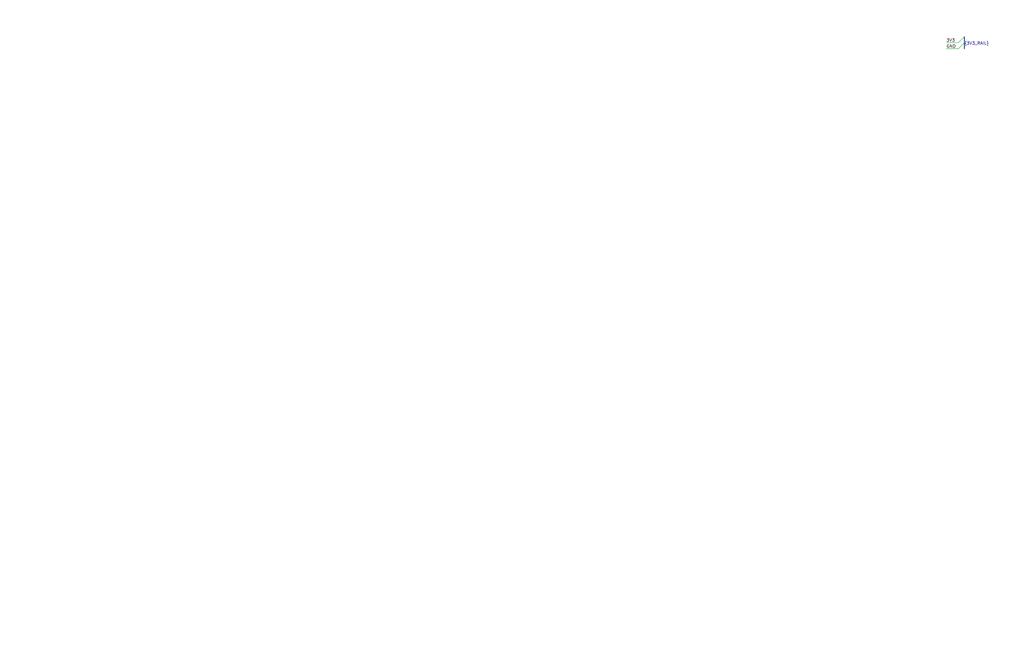
<source format=kicad_sch>
(kicad_sch (version 20230121) (generator eeschema)
  (paper "USLedger")
  (lib_symbols)
  (bus_alias "QSPI" (members "SCK" "CS" "IO0" "IO1" "IO2" "IO3"))
  (bus_alias "SD_SPI" (members "CLK" "DAT0" "DAT1" "DAT2" "DAT3" "CMD"))
  (bus_alias "TEENSY_PROG" (members "PTA1" "PTA4" "PTB1"))
  (bus_entry (at 406.654 18.034) (size -2.54 2.54))
  (bus_entry (at 406.654 15.494) (size -2.54 2.54))
  (wire (pts (xy 399.034 20.574) (xy 404.114 20.574)))
  (bus (pts (xy 406.654 15.494) (xy 406.654 18.034)))
  (wire (pts (xy 399.034 18.034) (xy 404.114 18.034)))
  (bus (pts (xy 406.654 18.034) (xy 406.654 20.574)))
  (label "3V3" (at 399.034 18.034 0))
  (label "GND" (at 399.034 20.574 0))
  (label "{3V3_RAIL}" (at 406.654 19.304 0))
)
</source>
